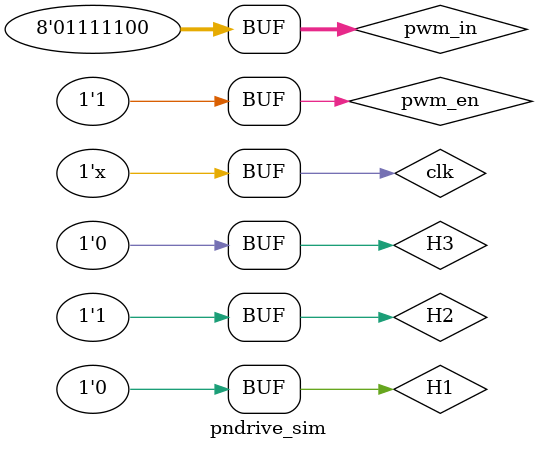
<source format=v>
`timescale 1ns / 1ps

module pndrive_sim;

	// Inputs
	reg pwm_en;
	reg clk;
	reg [7:0] pwm_in;
	reg H1;
	reg H2;
	reg H3;

	// Outputs
	wire pwm_out;
	wire AP;
	wire AN;
	wire BP;
	wire BN;
	wire CP;
	wire CN;

	// Instantiate the Unit Under Test (UUT)
	pn_drive uut (
		.pwm_en(pwm_en), 
		.clk(clk), 
		.pwm_out(pwm_out), 
		.pwm_in(pwm_in), 
		.H1(H1), 
		.H2(H2), 
		.H3(H3), 
		.AP(AP), 
		.AN(AN), 
		.BP(BP), 
		.BN(BN), 
		.CP(CP), 
		.CN(CN)
	);

	initial begin
		pwm_en = 1;
		clk = 0;
		pwm_in = 8'b01111100;
		{H1, H2, H3} = 3'b101 ;
		#10000;
		{H1, H2, H3} = 3'b100 ;
		#10000;
		{H1, H2, H3} = 3'b111 ;
		#10000;
		{H1, H2, H3} = 3'b001 ;
		#10000;
		{H1, H2, H3} = 3'b011 ;
		#10000;
		{H1, H2, H3} = 3'b010 ;
		#10000;
	end
	always #5 clk = ~clk;
      
endmodule


</source>
